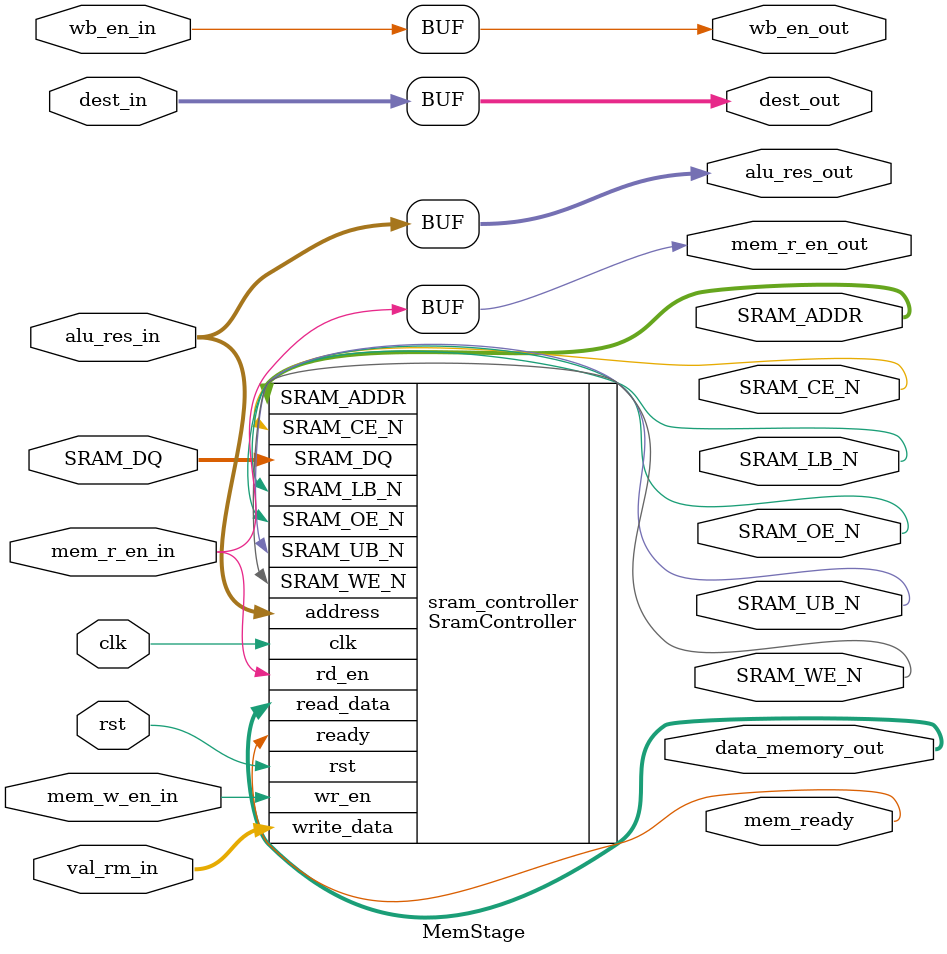
<source format=v>
module MemStage (
    input clk, rst,
    input wb_en_in, mem_r_en_in, mem_w_en_in,
    input [31:0] alu_res_in,
    input [31:0] val_rm_in,
    input [3:0] dest_in,
    output wb_en_out, mem_r_en_out,
    output [31:0] alu_res_out,
    output [31:0] data_memory_out,
    output [3:0] dest_out,
    inout [15:0] SRAM_DQ,
    output reg [17:0] SRAM_ADDR,
    output SRAM_UB_N,
    output SRAM_LB_N,
    output reg SRAM_WE_N,
    output SRAM_CE_N,
    output SRAM_OE_N,
    output mem_ready
);
    assign wb_en_out = wb_en_in;
    assign mem_r_en_out = mem_r_en_in;
    assign alu_res_out = alu_res_in;
    assign dest_out = dest_in;

    SramController sram_controller(
        .clk(clk),
        .rst(rst),
        .wr_en(mem_w_en_in),
        .rd_en(mem_r_en_in),
        .address(alu_res_in),
        .write_data(val_rm_in),
        .read_data(data_memory_out),
        .ready(mem_ready),
        .SRAM_DQ(SRAM_DQ),
        .SRAM_ADDR(SRAM_ADDR),
        .SRAM_UB_N(SRAM_UB_N),
        .SRAM_LB_N(SRAM_LB_N),
        .SRAM_WE_N(SRAM_WE_N),
        .SRAM_CE_N(SRAM_CE_N),
        .SRAM_OE_N(SRAM_OE_N)
    );


    // DataMemory data_memory(
    //     .clk(clk),
    //     .rst(rst),
    //     .mem_w_en(mem_w_en_in),
    //     .mem_r_en(mem_r_en_in),
    //     .alu_res(alu_res_in),
    //     .val_rm(val_rm_in),
    //     .out(data_memory_out)
    // );

    
endmodule
</source>
